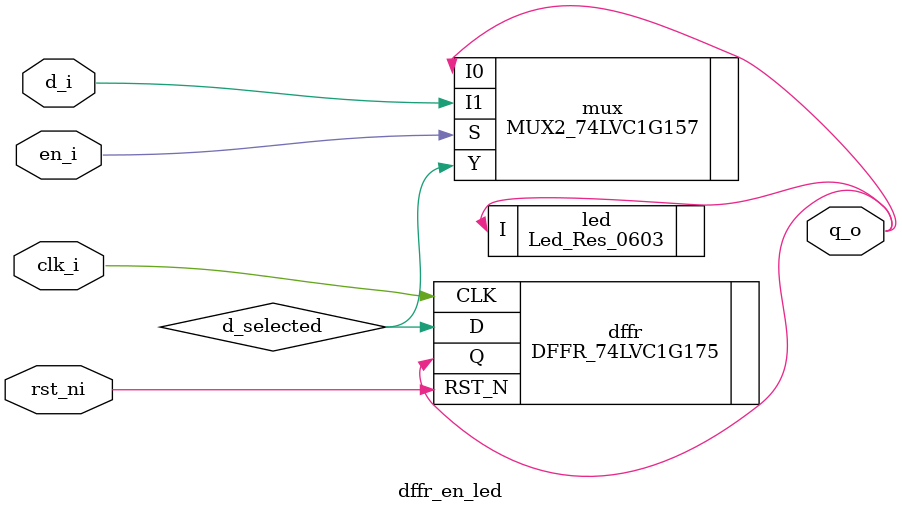
<source format=v>

module dffr_en_led (
  input  en_i,
  input  clk_i,
  input  rst_ni,
  input  d_i,
  output q_o
);
  wire d_selected;

  MUX2_74LVC1G157 mux (
    .I0 ( q_o        ),
    .I1 ( d_i        ),
    .S  ( en_i       ),
    .Y  ( d_selected )
  );

  DFFR_74LVC1G175 dffr (
    .CLK   ( clk_i      ),
    .D     ( d_selected ),
    .RST_N ( rst_ni     ),
    .Q     ( q_o        )
  );

  Led_Res_0603 led (
    .I   ( q_o )
  );
endmodule

</source>
